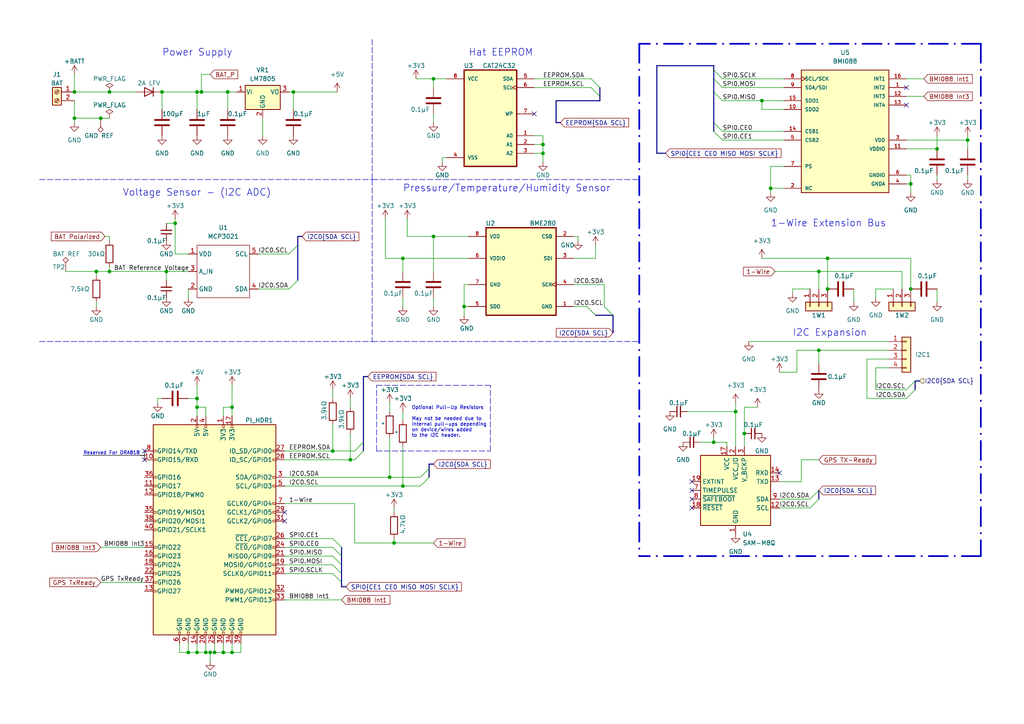
<source format=kicad_sch>
(kicad_sch (version 20211123) (generator eeschema)
  (paper "A4")
  (title_block (title "Giraffe Flight Computer (GFC) Hat") (rev "2"))
  (junction (at 67.31 118.11))
  (junction (at 101.6 133.35))
  (junction (at 85.09 26.67))
  (junction (at 57.15 118.11))
  (junction (at 215.9 125.73))
  (junction (at 240.03 74.93))
  (junction (at 59.69 189.23))
  (junction (at 57.15 26.67))
  (junction (at 60.96 189.23))
  (junction (at 213.36 119.38))
  (junction (at 223.52 54.61))
  (junction (at 237.49 101.6))
  (junction (at 271.78 43.18))
  (junction (at 157.48 44.45))
  (junction (at 57.15 189.23))
  (junction (at 62.23 189.23))
  (junction (at 21.59 34.29))
  (junction (at 116.84 140.97))
  (junction (at 220.98 29.21))
  (junction (at 58.42 26.67))
  (junction (at 31.75 26.67))
  (junction (at 29.21 34.29))
  (junction (at 264.16 83.82))
  (junction (at 116.84 74.93))
  (junction (at 27.94 78.74))
  (junction (at 125.73 68.58))
  (junction (at 240.03 83.82))
  (junction (at 280.67 40.64))
  (junction (at 113.03 138.43))
  (junction (at 134.62 88.9))
  (junction (at 237.49 78.74))
  (junction (at 21.59 26.67))
  (junction (at 96.52 130.81))
  (junction (at 67.31 189.23))
  (junction (at 48.26 78.74))
  (junction (at 264.16 53.34))
  (junction (at 114.3 157.48))
  (junction (at 57.15 115.57))
  (junction (at 46.99 26.67))
  (junction (at 54.61 189.23))
  (junction (at 157.48 41.91))
  (junction (at 207.01 128.27))
  (junction (at 50.8 64.77))
  (junction (at 31.75 78.74))
  (junction (at 66.04 26.67))
  (junction (at 125.73 22.86))
  (junction (at 64.77 189.23))
  (no_connect (at 262.89 25.4))
  (no_connect (at 41.91 133.35))
  (no_connect (at 226.06 137.16))
  (no_connect (at 82.55 148.59))
  (no_connect (at 200.66 144.78))
  (no_connect (at 262.89 30.48))
  (no_connect (at 200.66 142.24))
  (no_connect (at 200.66 139.7))
  (no_connect (at 154.94 33.02))
  (no_connect (at 41.91 130.81))
  (no_connect (at 200.66 147.32))
  (no_connect (at 82.55 151.13))
  (bus_entry (at 265.43 113.03) (size -2.54 2.54))
  (bus_entry (at 207.01 20.32) (size 2.54 2.54))
  (bus_entry (at 99.06 168.91) (size -2.54 -2.54))
  (bus_entry (at 105.41 130.81) (size -2.54 2.54))
  (bus_entry (at 207.01 26.67) (size 2.54 2.54))
  (bus_entry (at 86.36 81.28) (size -2.54 2.54))
  (bus_entry (at 237.49 142.24) (size -2.54 2.54))
  (bus_entry (at 173.99 27.94) (size -2.54 -2.54))
  (bus_entry (at 99.06 163.83) (size -2.54 -2.54))
  (bus_entry (at 177.8 91.44) (size -2.54 -2.54))
  (bus_entry (at 173.99 25.4) (size -2.54 -2.54))
  (bus_entry (at 86.36 71.12) (size -2.54 2.54))
  (bus_entry (at 172.72 91.44) (size -2.54 -2.54))
  (bus_entry (at 207.01 22.86) (size 2.54 2.54))
  (bus_entry (at 121.92 138.43) (size 2.54 -2.54))
  (bus_entry (at 237.49 144.78) (size -2.54 2.54))
  (bus_entry (at 99.06 158.75) (size -2.54 -2.54))
  (bus_entry (at 121.92 140.97) (size 2.54 -2.54))
  (bus_entry (at 99.06 166.37) (size -2.54 -2.54))
  (bus_entry (at 99.06 161.29) (size -2.54 -2.54))
  (bus_entry (at 265.43 110.49) (size -2.54 2.54))
  (bus_entry (at 105.41 128.27) (size -2.54 2.54))
  (bus_entry (at 207.01 35.56) (size 2.54 2.54))
  (bus_entry (at 207.01 38.1) (size 2.54 2.54))
  (wire (pts (xy 280.67 52.07) (xy 280.67 50.8)))
  (bus (pts (xy 99.06 161.29) (xy 99.06 158.75)))
  (polyline (pts (xy 185.42 12.7) (xy 185.42 93.98)) (stroke (width 0.5) (type dash_dot)))
  (wire (pts (xy 267.97 27.94) (xy 262.89 27.94)))
  (wire (pts (xy 135.89 88.9) (xy 134.62 88.9)))
  (polyline (pts (xy 142.24 130.81) (xy 142.24 111.76)))
  (wire (pts (xy 203.2 128.27) (xy 207.01 128.27)))
  (wire (pts (xy 224.79 78.74) (xy 237.49 78.74)))
  (wire (pts (xy 207.01 128.27) (xy 210.82 128.27)))
  (polyline (pts (xy 41.91 132.08) (xy 41.91 133.35)) (stroke (width 0) (type solid) (color 0 0 0 1)))
  (wire (pts (xy 134.62 88.9) (xy 134.62 91.44)))
  (polyline (pts (xy 284.48 161.29) (xy 185.42 161.29)) (stroke (width 0.5) (type dash_dot)))
  (polyline (pts (xy 109.22 130.81) (xy 109.22 111.76)))
  (bus (pts (xy 86.36 68.58) (xy 87.63 68.58)))
  (bus (pts (xy 207.01 35.56) (xy 207.01 38.1)))
  (wire (pts (xy 82.55 173.99) (xy 99.06 173.99)))
  (wire (pts (xy 166.37 74.93) (xy 172.72 74.93)))
  (bus (pts (xy 161.29 29.21) (xy 173.99 29.21)))
  (polyline (pts (xy 107.95 11.43) (xy 107.95 52.07)))
  (wire (pts (xy 120.65 22.86) (xy 125.73 22.86)))
  (wire (pts (xy 118.11 63.5) (xy 118.11 68.58)))
  (wire (pts (xy 264.16 53.34) (xy 264.16 55.88)))
  (bus (pts (xy 162.56 35.56) (xy 161.29 35.56)))
  (wire (pts (xy 67.31 186.69) (xy 67.31 189.23)))
  (wire (pts (xy 82.55 166.37) (xy 96.52 166.37)))
  (wire (pts (xy 227.33 48.26) (xy 223.52 48.26)))
  (wire (pts (xy 69.85 189.23) (xy 69.85 186.69)))
  (bus (pts (xy 86.36 71.12) (xy 86.36 68.58)))
  (wire (pts (xy 58.42 21.59) (xy 58.42 26.67)))
  (wire (pts (xy 31.75 68.58) (xy 31.75 69.85)))
  (wire (pts (xy 54.61 115.57) (xy 57.15 115.57)))
  (wire (pts (xy 21.59 21.59) (xy 21.59 26.67)))
  (wire (pts (xy 125.73 22.86) (xy 129.54 22.86)))
  (wire (pts (xy 59.69 186.69) (xy 59.69 189.23)))
  (bus (pts (xy 99.06 163.83) (xy 99.06 161.29)))
  (wire (pts (xy 254 83.82) (xy 259.08 83.82)))
  (bus (pts (xy 173.99 27.94) (xy 173.99 29.21)))
  (wire (pts (xy 247.65 83.82) (xy 247.65 87.63)))
  (wire (pts (xy 85.09 26.67) (xy 85.09 31.75)))
  (bus (pts (xy 266.7 110.49) (xy 265.43 110.49)))
  (wire (pts (xy 213.36 116.84) (xy 213.36 119.38)))
  (wire (pts (xy 262.89 53.34) (xy 264.16 53.34)))
  (wire (pts (xy 113.03 138.43) (xy 121.92 138.43)))
  (bus (pts (xy 173.99 25.4) (xy 173.99 27.94)))
  (wire (pts (xy 74.93 83.82) (xy 83.82 83.82)))
  (wire (pts (xy 166.37 68.58) (xy 167.64 68.58)))
  (wire (pts (xy 21.59 34.29) (xy 21.59 35.56)))
  (wire (pts (xy 96.52 113.03) (xy 96.52 115.57)))
  (wire (pts (xy 154.94 25.4) (xy 171.45 25.4)))
  (wire (pts (xy 60.96 21.59) (xy 58.42 21.59)))
  (wire (pts (xy 31.75 26.67) (xy 39.37 26.67)))
  (bus (pts (xy 237.49 142.24) (xy 237.49 144.78)))
  (wire (pts (xy 76.2 34.29) (xy 76.2 39.37)))
  (wire (pts (xy 45.72 116.84) (xy 45.72 115.57)))
  (wire (pts (xy 213.36 119.38) (xy 213.36 129.54)))
  (wire (pts (xy 280.67 39.37) (xy 280.67 40.64)))
  (wire (pts (xy 207.01 127) (xy 207.01 128.27)))
  (wire (pts (xy 215.9 118.11) (xy 215.9 125.73)))
  (wire (pts (xy 262.89 40.64) (xy 280.67 40.64)))
  (wire (pts (xy 29.21 158.75) (xy 41.91 158.75)))
  (wire (pts (xy 60.96 189.23) (xy 62.23 189.23)))
  (wire (pts (xy 167.64 68.58) (xy 167.64 69.85)))
  (wire (pts (xy 54.61 78.74) (xy 48.26 78.74)))
  (wire (pts (xy 50.8 63.5) (xy 50.8 64.77)))
  (wire (pts (xy 54.61 186.69) (xy 54.61 189.23)))
  (bus (pts (xy 265.43 110.49) (xy 265.43 113.03)))
  (wire (pts (xy 229.87 83.82) (xy 234.95 83.82)))
  (wire (pts (xy 262.89 50.8) (xy 264.16 50.8)))
  (bus (pts (xy 207.01 26.67) (xy 207.01 35.56)))
  (polyline (pts (xy 107.95 52.07) (xy 107.95 99.06)))
  (wire (pts (xy 82.55 156.21) (xy 96.52 156.21)))
  (wire (pts (xy 267.97 22.86) (xy 262.89 22.86)))
  (wire (pts (xy 240.03 74.93) (xy 240.03 83.82)))
  (wire (pts (xy 217.17 99.06) (xy 257.81 99.06)))
  (wire (pts (xy 154.94 22.86) (xy 171.45 22.86)))
  (wire (pts (xy 134.62 82.55) (xy 134.62 88.9)))
  (wire (pts (xy 82.55 140.97) (xy 116.84 140.97)))
  (wire (pts (xy 257.81 106.68) (xy 254 106.68)))
  (wire (pts (xy 157.48 39.37) (xy 157.48 41.91)))
  (bus (pts (xy 124.46 134.62) (xy 124.46 135.89)))
  (wire (pts (xy 54.61 83.82) (xy 54.61 86.36)))
  (wire (pts (xy 199.39 119.38) (xy 213.36 119.38)))
  (wire (pts (xy 232.41 133.35) (xy 237.49 133.35)))
  (wire (pts (xy 128.27 45.72) (xy 129.54 45.72)))
  (wire (pts (xy 19.05 78.74) (xy 27.94 78.74)))
  (wire (pts (xy 128.27 45.72) (xy 128.27 46.99)))
  (wire (pts (xy 209.55 40.64) (xy 227.33 40.64)))
  (bus (pts (xy 86.36 71.12) (xy 86.36 81.28)))
  (wire (pts (xy 54.61 189.23) (xy 57.15 189.23)))
  (wire (pts (xy 57.15 111.76) (xy 57.15 115.57)))
  (wire (pts (xy 226.06 107.95) (xy 231.14 107.95)))
  (wire (pts (xy 154.94 41.91) (xy 157.48 41.91)))
  (wire (pts (xy 52.07 186.69) (xy 52.07 189.23)))
  (wire (pts (xy 46.99 26.67) (xy 57.15 26.67)))
  (wire (pts (xy 58.42 26.67) (xy 66.04 26.67)))
  (polyline (pts (xy 40.64 132.08) (xy 41.91 132.08)) (stroke (width 0) (type solid) (color 0 0 0 1)))
  (wire (pts (xy 116.84 140.97) (xy 121.92 140.97)))
  (wire (pts (xy 232.41 139.7) (xy 232.41 133.35)))
  (wire (pts (xy 62.23 189.23) (xy 64.77 189.23)))
  (wire (pts (xy 226.06 144.78) (xy 234.95 144.78)))
  (wire (pts (xy 135.89 82.55) (xy 134.62 82.55)))
  (wire (pts (xy 57.15 115.57) (xy 57.15 118.11)))
  (wire (pts (xy 74.93 73.66) (xy 83.82 73.66)))
  (wire (pts (xy 21.59 34.29) (xy 29.21 34.29)))
  (wire (pts (xy 262.89 43.18) (xy 271.78 43.18)))
  (wire (pts (xy 157.48 44.45) (xy 154.94 44.45)))
  (wire (pts (xy 220.98 74.93) (xy 240.03 74.93)))
  (wire (pts (xy 101.6 133.35) (xy 102.87 133.35)))
  (wire (pts (xy 227.33 31.75) (xy 220.98 31.75)))
  (wire (pts (xy 172.72 74.93) (xy 172.72 71.12)))
  (polyline (pts (xy 107.95 99.06) (xy 185.42 99.06)))
  (wire (pts (xy 67.31 118.11) (xy 67.31 120.65)))
  (polyline (pts (xy 11.43 52.07) (xy 107.95 52.07)))
  (wire (pts (xy 271.78 83.82) (xy 271.78 87.63)))
  (wire (pts (xy 209.55 22.86) (xy 227.33 22.86)))
  (bus (pts (xy 177.8 91.44) (xy 172.72 91.44)))
  (wire (pts (xy 66.04 26.67) (xy 66.04 31.75)))
  (wire (pts (xy 254 106.68) (xy 254 113.03)))
  (wire (pts (xy 64.77 189.23) (xy 67.31 189.23)))
  (wire (pts (xy 227.33 54.61) (xy 223.52 54.61)))
  (wire (pts (xy 125.73 86.36) (xy 125.73 88.9)))
  (wire (pts (xy 271.78 52.07) (xy 271.78 50.8)))
  (wire (pts (xy 154.94 39.37) (xy 157.48 39.37)))
  (wire (pts (xy 113.03 116.84) (xy 113.03 119.38)))
  (wire (pts (xy 31.75 78.74) (xy 48.26 78.74)))
  (wire (pts (xy 223.52 54.61) (xy 223.52 55.88)))
  (wire (pts (xy 210.82 128.27) (xy 210.82 129.54)))
  (bus (pts (xy 99.06 170.18) (xy 99.06 168.91)))
  (wire (pts (xy 114.3 156.21) (xy 114.3 157.48)))
  (wire (pts (xy 111.76 74.93) (xy 111.76 63.5)))
  (wire (pts (xy 125.73 33.02) (xy 125.73 35.56)))
  (wire (pts (xy 264.16 74.93) (xy 264.16 83.82)))
  (wire (pts (xy 226.06 139.7) (xy 232.41 139.7)))
  (wire (pts (xy 48.26 64.77) (xy 50.8 64.77)))
  (wire (pts (xy 57.15 26.67) (xy 58.42 26.67)))
  (wire (pts (xy 215.9 125.73) (xy 215.9 129.54)))
  (wire (pts (xy 59.69 118.11) (xy 57.15 118.11)))
  (wire (pts (xy 264.16 50.8) (xy 264.16 53.34)))
  (wire (pts (xy 114.3 157.48) (xy 125.73 157.48)))
  (wire (pts (xy 57.15 186.69) (xy 57.15 189.23)))
  (wire (pts (xy 46.99 26.67) (xy 46.99 31.75)))
  (bus (pts (xy 125.73 134.62) (xy 124.46 134.62)))
  (polyline (pts (xy 185.42 93.98) (xy 185.42 161.29)) (stroke (width 0.5) (type dash_dot)))
  (wire (pts (xy 116.84 74.93) (xy 116.84 78.74)))
  (wire (pts (xy 229.87 83.82) (xy 229.87 85.09)))
  (wire (pts (xy 82.55 138.43) (xy 113.03 138.43)))
  (wire (pts (xy 96.52 130.81) (xy 102.87 130.81)))
  (wire (pts (xy 66.04 26.67) (xy 68.58 26.67)))
  (wire (pts (xy 209.55 38.1) (xy 227.33 38.1)))
  (bus (pts (xy 207.01 22.86) (xy 207.01 26.67)))
  (polyline (pts (xy 107.95 52.07) (xy 185.42 52.07)))
  (wire (pts (xy 157.48 44.45) (xy 157.48 46.99)))
  (wire (pts (xy 237.49 101.6) (xy 237.49 105.41)))
  (bus (pts (xy 190.5 44.45) (xy 190.5 19.05)))
  (wire (pts (xy 67.31 111.76) (xy 67.31 118.11)))
  (wire (pts (xy 27.94 88.9) (xy 27.94 87.63)))
  (polyline (pts (xy 40.64 132.08) (xy 41.91 132.08)) (stroke (width 0) (type solid) (color 0 0 0 1)))
  (wire (pts (xy 29.21 34.29) (xy 31.75 34.29)))
  (wire (pts (xy 135.89 74.93) (xy 116.84 74.93)))
  (wire (pts (xy 27.94 78.74) (xy 31.75 78.74)))
  (wire (pts (xy 166.37 82.55) (xy 175.26 82.55)))
  (wire (pts (xy 261.62 83.82) (xy 261.62 78.74)))
  (wire (pts (xy 220.98 29.21) (xy 227.33 29.21)))
  (wire (pts (xy 251.46 115.57) (xy 251.46 104.14)))
  (wire (pts (xy 27.94 78.74) (xy 27.94 80.01)))
  (wire (pts (xy 237.49 83.82) (xy 237.49 78.74)))
  (wire (pts (xy 83.82 26.67) (xy 85.09 26.67)))
  (wire (pts (xy 240.03 74.93) (xy 264.16 74.93)))
  (polyline (pts (xy 142.24 111.76) (xy 125.73 111.76)))
  (wire (pts (xy 82.55 163.83) (xy 96.52 163.83)))
  (wire (pts (xy 82.55 130.81) (xy 96.52 130.81)))
  (wire (pts (xy 125.73 22.86) (xy 125.73 25.4)))
  (wire (pts (xy 82.55 146.05) (xy 102.87 146.05)))
  (wire (pts (xy 175.26 82.55) (xy 175.26 88.9)))
  (polyline (pts (xy 109.22 111.76) (xy 125.73 111.76)))
  (wire (pts (xy 31.75 77.47) (xy 31.75 78.74)))
  (wire (pts (xy 254 83.82) (xy 254 86.36)))
  (wire (pts (xy 85.09 26.67) (xy 97.79 26.67)))
  (wire (pts (xy 251.46 104.14) (xy 257.81 104.14)))
  (wire (pts (xy 209.55 25.4) (xy 227.33 25.4)))
  (bus (pts (xy 161.29 35.56) (xy 161.29 29.21)))
  (bus (pts (xy 105.41 128.27) (xy 105.41 130.81)))
  (wire (pts (xy 116.84 86.36) (xy 116.84 88.9)))
  (wire (pts (xy 125.73 68.58) (xy 135.89 68.58)))
  (wire (pts (xy 21.59 29.21) (xy 21.59 34.29)))
  (wire (pts (xy 113.03 127) (xy 113.03 138.43)))
  (bus (pts (xy 99.06 168.91) (xy 99.06 166.37)))
  (wire (pts (xy 31.75 68.58) (xy 30.48 68.58)))
  (wire (pts (xy 82.55 133.35) (xy 101.6 133.35)))
  (wire (pts (xy 82.55 161.29) (xy 96.52 161.29)))
  (wire (pts (xy 52.07 189.23) (xy 54.61 189.23)))
  (wire (pts (xy 57.15 118.11) (xy 57.15 120.65)))
  (wire (pts (xy 101.6 125.73) (xy 101.6 133.35)))
  (bus (pts (xy 99.06 166.37) (xy 99.06 163.83)))
  (bus (pts (xy 190.5 19.05) (xy 207.01 19.05)))
  (bus (pts (xy 124.46 135.89) (xy 124.46 138.43)))
  (polyline (pts (xy 24.13 132.08) (xy 40.64 132.08)) (stroke (width 0) (type solid) (color 0 0 0 1)))
  (bus (pts (xy 193.04 44.45) (xy 190.5 44.45)))
  (wire (pts (xy 82.55 158.75) (xy 96.52 158.75)))
  (polyline (pts (xy 109.22 130.81) (xy 142.24 130.81)))
  (bus (pts (xy 105.41 109.22) (xy 106.68 109.22)))
  (polyline (pts (xy 11.43 99.06) (xy 107.95 99.06)))
  (wire (pts (xy 57.15 26.67) (xy 57.15 31.75)))
  (wire (pts (xy 64.77 118.11) (xy 67.31 118.11)))
  (wire (pts (xy 157.48 41.91) (xy 157.48 44.45)))
  (wire (pts (xy 231.14 101.6) (xy 237.49 101.6)))
  (wire (pts (xy 219.71 118.11) (xy 215.9 118.11)))
  (bus (pts (xy 207.01 20.32) (xy 207.01 22.86)))
  (wire (pts (xy 166.37 88.9) (xy 170.18 88.9)))
  (wire (pts (xy 102.87 146.05) (xy 102.87 157.48)))
  (wire (pts (xy 50.8 73.66) (xy 54.61 73.66)))
  (wire (pts (xy 125.73 68.58) (xy 125.73 78.74)))
  (wire (pts (xy 96.52 123.19) (xy 96.52 130.81)))
  (wire (pts (xy 57.15 189.23) (xy 59.69 189.23)))
  (bus (pts (xy 177.8 96.52) (xy 177.8 91.44)))
  (polyline (pts (xy 284.48 12.7) (xy 185.42 12.7)) (stroke (width 0.5) (type dash_dot)))
  (wire (pts (xy 59.69 120.65) (xy 59.69 118.11)))
  (wire (pts (xy 116.84 119.38) (xy 116.84 121.92)))
  (wire (pts (xy 45.72 115.57) (xy 46.99 115.57)))
  (wire (pts (xy 116.84 74.93) (xy 111.76 74.93)))
  (wire (pts (xy 254 113.03) (xy 262.89 113.03)))
  (wire (pts (xy 67.31 189.23) (xy 69.85 189.23)))
  (wire (pts (xy 280.67 40.64) (xy 280.67 43.18)))
  (wire (pts (xy 237.49 101.6) (xy 257.81 101.6)))
  (polyline (pts (xy 284.48 12.7) (xy 284.48 161.29)) (stroke (width 0.5) (type dash_dot)))
  (wire (pts (xy 220.98 31.75) (xy 220.98 29.21)))
  (wire (pts (xy 114.3 147.32) (xy 114.3 148.59)))
  (bus (pts (xy 207.01 20.32) (xy 207.01 19.05)))
  (wire (pts (xy 226.06 147.32) (xy 234.95 147.32)))
  (wire (pts (xy 271.78 39.37) (xy 271.78 43.18)))
  (wire (pts (xy 21.59 26.67) (xy 31.75 26.67)))
  (wire (pts (xy 116.84 129.54) (xy 116.84 140.97)))
  (wire (pts (xy 64.77 186.69) (xy 64.77 189.23)))
  (wire (pts (xy 209.55 29.21) (xy 220.98 29.21)))
  (wire (pts (xy 60.96 189.23) (xy 60.96 191.77)))
  (wire (pts (xy 62.23 186.69) (xy 62.23 189.23)))
  (polyline (pts (xy 41.91 130.81) (xy 41.91 132.08)) (stroke (width 0) (type solid) (color 0 0 0 1)))
  (wire (pts (xy 118.11 68.58) (xy 125.73 68.58)))
  (wire (pts (xy 59.69 189.23) (xy 60.96 189.23)))
  (wire (pts (xy 48.26 78.74) (xy 48.26 81.28)))
  (wire (pts (xy 231.14 101.6) (xy 231.14 107.95)))
  (wire (pts (xy 101.6 115.57) (xy 101.6 118.11)))
  (wire (pts (xy 29.21 168.91) (xy 41.91 168.91)))
  (wire (pts (xy 64.77 120.65) (xy 64.77 118.11)))
  (wire (pts (xy 262.89 115.57) (xy 251.46 115.57)))
  (wire (pts (xy 50.8 64.77) (xy 50.8 73.66)))
  (wire (pts (xy 237.49 78.74) (xy 261.62 78.74)))
  (bus (pts (xy 105.41 128.27) (xy 105.41 109.22)))
  (wire (pts (xy 223.52 48.26) (xy 223.52 54.61)))
  (bus (pts (xy 100.33 170.18) (xy 99.06 170.18)))
  (wire (pts (xy 102.87 157.48) (xy 114.3 157.48)))
  (text "1-Wire Extension Bus" (at 223.52 66.04 0) (effects (font (size 2 2)) (justify left bottom)))
  (text "Pressure/Temperature/Humidity Sensor" (at 116.84 55.88 0) (effects (font (size 2 2)) (justify left bottom)))
  (text "Reserved For DRA818" (at 24.13 132.08 0) (effects (font (size 1 1)) (justify left bottom)))
  (text "Hat EEPROM\n" (at 135.89 16.51 0) (effects (font (size 2 2)) (justify left bottom)))
  (text "Optional Pull-Up Resistors\n\nMay not be needed due to\ninternal pull-ups depending\non device/wires added\nto the I2C header." (at 119.38 127 0) (effects (font (size 1 1)) (justify left bottom)))
  (text "Power Supply" (at 46.99 16.51 0) (effects (font (size 2 2)) (justify left bottom)))
  (text "I2C Expansion" (at 229.87 97.79 0) (effects (font (size 2 2)) (justify left bottom)))
  (text "Voltage Sensor - (I2C ADC)" (at 35.56 57.15 0) (effects (font (size 2 2)) (justify left bottom)))
  (label "I2C0.SCL" (at 226.06 147.32 0))
  (label "I2C0.SCL" (at 83.82 140.97 0))
  (label "SPI0.MOSI" (at 83.82 163.83 0))
  (label "I2C0.SDA" (at 83.82 138.43 0))
  (label "SPI0.CE1" (at 83.82 156.21 0))
  (label "SPI0.SCLK" (at 83.82 166.37 0))
  (label "EEPROM.SCL" (at 83.82 133.35 0))
  (label "I2C0.SDA" (at 74.93 83.82 0))
  (label "SPI0.CE1" (at 209.55 40.64 0))
  (label "SPI0.CE0" (at 83.82 158.75 0))
  (label "SPI0.MISO" (at 83.82 161.29 0))
  (label "EEPROM.SDA" (at 157.48 22.86 0))
  (label "GPS TxReady" (at 29.21 168.91 0))
  (label "I2C0.SDA" (at 254 115.57 0))
  (label "BMI088 Int3" (at 41.91 158.75 180))
  (label "I2C0.SCL" (at 74.93 73.66 0))
  (label "SPI0.SCLK" (at 209.55 22.86 0))
  (label "I2C0.SDA" (at 166.37 82.55 0))
  (label "EEPROM.SDA" (at 83.82 130.81 0))
  (label "I2C0.SCL" (at 254 113.03 0))
  (label "1-Wire" (at 83.82 146.05 0))
  (label "BAT Reference Voltage" (at 33.02 78.74 0))
  (label "I2C0.SCL" (at 166.37 88.9 0))
  (label "SPI0.CE0" (at 209.55 38.1 0))
  (label "BMI088 Int1" (at 83.82 173.99 0))
  (label "EEPROM.SCL" (at 157.48 25.4 0))
  (label "I2C0.SDA" (at 226.06 144.78 0))
  (label "SPI0.MISO" (at 209.55 29.21 0))
  (label "SPI0.MOSI" (at 209.55 25.4 0))
  (global_label "I2C0{SDA SCL}" (shape input) (at 237.49 142.24 0) (property "Intersheet References" "${INTERSHEET_REFS}" (effects hide)))
  (global_label "GPS TX-Ready" (shape input) (at 237.49 133.35 0) (property "Intersheet References" "${INTERSHEET_REFS}" (effects hide)))
  (global_label "BAT Polarized" (shape input) (at 30.48 68.58 180) (property "Intersheet References" "${INTERSHEET_REFS}" (effects hide)))
  (global_label "GPS TxReady" (shape input) (at 29.21 168.91 180) (property "Intersheet References" "${INTERSHEET_REFS}" (effects hide)))
  (global_label "I2C0{SDA SCL}" (shape input) (at 125.73 134.62 0) (property "Intersheet References" "${INTERSHEET_REFS}" (effects hide)))
  (global_label "SPI0{CE1 CE0 MISO MOSI SCLK}" (shape input) (at 100.33 170.18 0) (property "Intersheet References" "${INTERSHEET_REFS}" (effects hide)))
  (global_label "BMI088 Int1" (shape input) (at 267.97 22.86 0) (property "Intersheet References" "${INTERSHEET_REFS}" (effects hide)))
  (global_label "I2C0{SDA SCL}" (shape input) (at 87.63 68.58 0) (property "Intersheet References" "${INTERSHEET_REFS}" (effects hide)))
  (global_label "BMI088 Int3" (shape input) (at 267.97 27.94 0) (property "Intersheet References" "${INTERSHEET_REFS}" (effects hide)))
  (global_label "EEPROM{SDA SCL}" (shape input) (at 106.68 109.22 0) (property "Intersheet References" "${INTERSHEET_REFS}" (effects hide)))
  (global_label "BMI088 Int1" (shape input) (at 99.06 173.99 0) (property "Intersheet References" "${INTERSHEET_REFS}" (effects hide)))
  (global_label "BAT_P" (shape input) (at 60.96 21.59 0) (property "Intersheet References" "${INTERSHEET_REFS}" (effects hide)))
  (global_label "SPI0{CE1 CE0 MISO MOSI SCLK}" (shape input) (at 193.04 44.45 0) (property "Intersheet References" "${INTERSHEET_REFS}" (effects hide)))
  (global_label "1-Wire" (shape input) (at 125.73 157.48 0) (property "Intersheet References" "${INTERSHEET_REFS}" (effects hide)))
  (global_label "1-Wire" (shape input) (at 224.79 78.74 180) (property "Intersheet References" "${INTERSHEET_REFS}" (effects hide)))
  (global_label "EEPROM{SDA SCL}" (shape input) (at 162.56 35.56 0) (property "Intersheet References" "${INTERSHEET_REFS}" (effects hide)))
  (global_label "BMI088 Int3" (shape input) (at 29.21 158.75 180) (property "Intersheet References" "${INTERSHEET_REFS}" (effects hide)))
  (global_label "I2C0{SDA SCL}" (shape input) (at 177.8 96.52 180) (property "Intersheet References" "${INTERSHEET_REFS}" (effects hide)))
  (hierarchical_label "I2C0{SDA SCL}" (shape input) (at 266.7 110.49 0))
  (symbol (lib_id "Connector_Generic:Conn_01x04") (at 262.89 101.6 0) (unit 1)
    (property "Reference" "I2C1" (at 265.43 102.8699 0) (effects (justify left)))
    (property "Value" "I²C" (effects hide))
    (property "Footprint" "Connector_PinHeader_1.27mm:PinHeader_1x04_P1.27mm_Vertical" (effects hide))
    (property "DESCRIPTION" "Breakaway Header" (effects hide))
    (property "Digikey" "https://www.digikey.com/short/mwpz3z87" (effects hide))
  )
  (symbol (lib_id "power:GND") (at 125.73 88.9 0) (unit 1)
    (property "Reference" "#PWR?" (effects hide))
    (property "Value" "GND" (at 125.73 92.71 0))
  )
  (symbol (lib_id "power:GND") (at 167.64 69.85 0) (unit 1)
    (property "Reference" "#PWR0121" (effects hide))
    (property "Value" "GND" (at 162.56 71.12 0) (effects (justify left)))
  )
  (symbol (lib_id "RF_GPS:SAM-M8Q") (at 213.36 142.24 0) (unit 1)
    (property "Reference" "U4" (at 215.3794 154.94 0) (effects (justify left)))
    (property "Value" "SAM-M8Q" (at 215.3794 157.48 0) (effects (justify left)))
    (property "Footprint" "RF_GPS:ublox_SAM-M8Q" (effects hide))
    (property "Datasheet" "https://www.u-blox.com/sites/default/files/SAM-M8Q_DataSheet_%28UBX-16012619%29.pdf" (effects hide))
    (property "Digikey" "https://www.digikey.com/short/b98t47bz" (effects hide))
  )
  (symbol (lib_id "power:GND") (at 85.09 39.37 0) (unit 1)
    (property "Reference" "#PWR0139" (effects hide))
    (property "Value" "GND" (at 85.09 44.45 0))
  )
  (symbol (lib_id "Connector_Generic:Conn_01x03") (at 237.49 88.9 90) (mirror x) (unit 1)
    (property "Reference" "1W1" (at 237.49 91.44 90))
    (property "Value" "1-Wire" (effects hide))
    (property "Footprint" "Connector_PinHeader_1.27mm:PinHeader_1x03_P1.27mm_Vertical" (effects hide))
    (property "Digikey" "https://www.digikey.com/short/mwpz3z87" (effects hide))
    (property "Unit Price" "0.18" (effects hide))
    (property "DESCRIPTION" "Breakaway Header" (effects hide))
  )
  (symbol (lib_id "power:GND") (at 27.94 88.9 0) (unit 1)
    (property "Reference" "#PWR03" (effects hide))
    (property "Value" "GND" (at 27.94 92.71 0))
  )
  (symbol (lib_id "power:+3V3") (at 116.84 119.38 0) (unit 1)
    (property "Reference" "#PWR?" (effects hide))
    (property "Value" "+3V3" (at 116.84 115.57 0))
  )
  (symbol (lib_id "power:GND") (at 247.65 87.63 0) (mirror y) (unit 1)
    (property "Reference" "#PWR0112" (effects hide))
    (property "Value" "GND" (at 247.65 92.71 0))
  )
  (symbol (lib_id "power:+3V3") (at 220.98 74.93 0) (mirror y) (unit 1)
    (property "Reference" "#PWR0107" (effects hide))
    (property "Value" "+3V3" (at 220.98 69.85 0))
  )
  (symbol (lib_id "power:+3V3") (at 280.67 39.37 0) (unit 1)
    (property "Reference" "#PWR0103" (effects hide))
    (property "Value" "+3V3" (at 280.67 35.56 0))
  )
  (symbol (lib_id "power:PWR_FLAG") (at 31.75 34.29 0) (unit 1)
    (property "Reference" "#FLG0101" (effects hide))
    (property "Value" "PWR_FLAG" (at 31.75 30.48 0))
  )
  (symbol (lib_id "power:GND") (at 220.98 125.73 0) (unit 1)
    (property "Reference" "#PWR0137" (effects hide))
    (property "Value" "GND" (at 220.98 130.81 0))
  )
  (symbol (lib_id "power:GND") (at 46.99 39.37 0) (unit 1)
    (property "Reference" "#PWR0145" (effects hide))
    (property "Value" "GND" (at 46.99 44.45 0))
  )
  (symbol (lib_id "power:GND") (at 128.27 46.99 0) (mirror y) (unit 1)
    (property "Reference" "#PWR0132" (effects hide))
    (property "Value" "GND" (at 128.27 50.8 0))
  )
  (symbol (lib_id "power:GND") (at 237.49 113.03 0) (unit 1)
    (property "Reference" "#PWR0108" (effects hide))
    (property "Value" "GND" (at 237.49 116.84 0))
  )
  (symbol (lib_id "Device:C") (at 125.73 82.55 180) (unit 1)
    (property "Reference" "C?" (effects hide))
    (property "Value" "0.1µF" (at 125.73 85.09 0) (effects (justify left)))
    (property "Footprint" "Capacitor_SMD:C_0603_1608Metric" (effects hide))
    (property "Digikey" "https://www.digikey.com/short/dz14934f" (effects hide))
    (property "Unit Price" "0.10" (effects hide))
    (property "DESCRIPTION" "CL10B104KB8NNWC" (effects hide))
  )
  (symbol (lib_id "power:+3V3") (at 96.52 113.03 0) (unit 1)
    (property "Reference" "#PWR?" (effects hide))
    (property "Value" "+3V3" (at 96.52 109.22 0))
  )
  (symbol (lib_id "power:+3V3") (at 219.71 118.11 0) (unit 1)
    (property "Reference" "#PWR0109" (effects hide))
    (property "Value" "+3V3" (at 219.71 113.03 0))
  )
  (symbol (lib_id "power:GND") (at 194.31 119.38 0) (unit 1)
    (property "Reference" "#PWR0119" (effects hide))
    (property "Value" "GND" (at 194.31 124.46 0))
  )
  (symbol (lib_id "power:GND") (at 134.62 91.44 0) (unit 1)
    (property "Reference" "#PWR?" (effects hide))
    (property "Value" "GND" (at 133.35 95.25 0) (effects (justify left)))
  )
  (symbol (lib_id "Device:C") (at 267.97 83.82 270) (unit 1)
    (property "Reference" "C14" (effects hide))
    (property "Value" "0.1µF" (at 271.78 80.01 90) (effects (justify right)))
    (property "Footprint" "Capacitor_SMD:C_0603_1608Metric" (effects hide))
    (property "Digikey" "https://www.digikey.com/short/dz14934f" (effects hide))
    (property "DESCRIPTION" "CL10B104KB8NNWC" (effects hide))
  )
  (symbol (lib_id "power:+3V3") (at 271.78 39.37 0) (unit 1)
    (property "Reference" "#PWR0104" (effects hide))
    (property "Value" "+3V3" (at 271.78 35.56 0))
  )
  (symbol (lib_id "Device:C") (at 66.04 35.56 0) (unit 1)
    (property "Reference" "C3" (effects hide))
    (property "Value" "0.1µF" (at 66.04 33.02 0) (effects (justify left)))
    (property "Footprint" "Capacitor_SMD:C_0603_1608Metric" (effects hide))
    (property "Digikey" "https://www.digikey.com/short/dz14934f" (effects hide))
    (property "Unit Price" "0.10" (effects hide))
    (property "DESCRIPTION" "CL10B104KB8NNWC" (effects hide))
  )
  (symbol (lib_id "power:GND") (at 217.17 99.06 0) (unit 1)
    (property "Reference" "#PWR0113" (effects hide))
    (property "Value" "GND" (at 217.17 104.14 0))
  )
  (symbol (lib_id "Device:C") (at 85.09 35.56 0) (unit 1)
    (property "Reference" "C4" (effects hide))
    (property "Value" "0.1µF" (at 85.09 33.02 0) (effects (justify left)))
    (property "Footprint" "Capacitor_SMD:C_0603_1608Metric" (effects hide))
    (property "Digikey" "https://www.digikey.com/short/dz14934f" (effects hide))
    (property "Unit Price" "0.10" (effects hide))
    (property "DESCRIPTION" "CL10B104KB8NNWC" (effects hide))
  )
  (symbol (lib_id "power:+3V3") (at 114.3 147.32 0) (unit 1)
    (property "Reference" "#PWR?" (effects hide))
    (property "Value" "+3V3" (at 114.3 143.51 0))
  )
  (symbol (lib_id "power:GND") (at 271.78 87.63 0) (mirror y) (unit 1)
    (property "Reference" "#PWR0117" (effects hide))
    (property "Value" "GND" (at 271.78 92.71 0))
  )
  (symbol (lib_id "power:+3V3") (at 67.31 111.76 0) (unit 1)
    (property "Reference" "#PWR?" (effects hide))
    (property "Value" "+3V3" (at 67.31 107.95 0))
  )
  (symbol (lib_id "Device:R") (at 27.94 83.82 0) (unit 1)
    (property "Reference" "R5" (effects hide))
    (property "Value" "7.5kΩ" (at 20.32 83.82 0) (effects (justify left)))
    (property "Footprint" "Resistor_SMD:R_0603_1608Metric" (effects hide))
    (property "DESCRIPTION" "RNCP0603FTD7K50" (effects hide))
    (property "Digikey" "https://www.digikey.com/short/p481qhwr" (effects hide))
  )
  (symbol (lib_id "power:+3V3") (at 111.76 63.5 0) (unit 1)
    (property "Reference" "#PWR?" (effects hide))
    (property "Value" "+3V3" (at 111.76 59.69 0))
  )
  (symbol (lib_id "power:+3V3") (at 207.01 127 0) (unit 1)
    (property "Reference" "#PWR0118" (effects hide))
    (property "Value" "+3V3" (at 207.01 123.19 0))
  )
  (symbol (lib_id "power:GND") (at 45.72 116.84 0) (unit 1)
    (property "Reference" "#PWR0154" (effects hide))
    (property "Value" "GND" (at 45.72 120.65 0))
  )
  (symbol (lib_id "Connector:Screw_Terminal_01x02") (at 16.51 26.67 0) (mirror y) (unit 1)
    (property "Reference" "J1" (at 16.51 21.59 0))
    (property "Value" "BAT" (at 16.51 24.13 0))
    (property "Footprint" "GFC-Footprints:OSTVN02A150 2x1 Terminal Block" (effects hide))
    (property "Digikey" "https://www.digikey.com/short/5mwt13md" (effects hide))
    (property "Unit Price" "0.54" (effects hide))
    (property "DESCRIPTION" "OSTVN02A150" (effects hide))
  )
  (symbol (lib_id "Device:C") (at 271.78 46.99 180) (unit 1)
    (property "Reference" "C13" (effects hide))
    (property "Value" "0.1µF" (at 267.97 49.53 0))
    (property "Footprint" "Capacitor_SMD:C_0603_1608Metric" (effects hide))
    (property "Digikey" "https://www.digikey.com/short/dz14934f" (effects hide))
    (property "Unit Price" "0.10" (effects hide))
    (property "DESCRIPTION" "CL10B104KB8NNWC" (effects hide))
  )
  (symbol (lib_id "Device:C") (at 57.15 35.56 0) (unit 1)
    (property "Reference" "C2" (effects hide))
    (property "Value" "1µF" (at 57.15 33.02 0) (effects (justify left)))
    (property "Footprint" "Capacitor_SMD:C_0805_2012Metric" (effects hide))
    (property "Digikey" "https://www.digikey.com/en/products/detail/samsung-electro-mechanics/CL21B105KAFNNNE/3886724" (effects hide))
    (property "Unit Price" "0.10" (effects hide))
    (property "DESCRIPTION" "CL21B105KAFNNNE" (effects hide))
  )
  (symbol (lib_id "GFC-Symbols:BMI088") (at 245.11 38.1 0) (unit 1)
    (property "Reference" "U5" (at 245.11 15.24 0))
    (property "Value" "BMI088" (at 245.11 17.78 0))
    (property "Footprint" "PQFN50P450X300X100-16N" (effects hide))
    (property "PACKAGE" "VFLGA-16 Bosch Sensortec" (effects hide))
    (property "MF" "Bosch Sensortec" (effects hide))
    (property "PURCHASE-URL" "https://pricing.snapeda.com/search/part/BMI088/?ref=eda" (effects hide))
    (property "AVAILABILITY" "In Stock" (effects hide))
    (property "PRICE" "None" (effects hide))
    (property "MP" "BMI088" (effects hide))
    (property "Digikey" "https://www.digikey.com/short/pfd3pm9q" (effects hide))
  )
  (symbol (lib_id "power:PWR_FLAG") (at 31.75 26.67 0) (mirror y) (unit 1)
    (property "Reference" "#FLG0102" (effects hide))
    (property "Value" "PWR_FLAG" (at 31.75 22.86 0))
  )
  (symbol (lib_id "Device:C") (at 280.67 46.99 180) (unit 1)
    (property "Reference" "C15" (effects hide))
    (property "Value" "0.1µF" (at 276.86 49.53 0))
    (property "Footprint" "Capacitor_SMD:C_0603_1608Metric" (effects hide))
    (property "Digikey" "https://www.digikey.com/short/dz14934f" (effects hide))
    (property "Unit Price" "0.10" (effects hide))
    (property "DESCRIPTION" "CL10B104KB8NNWC" (effects hide))
  )
  (symbol (lib_id "Device:R") (at 101.6 121.92 0) (unit 1)
    (property "Reference" "R?" (effects hide))
    (property "Value" "3.9kΩ" (at 99.06 124.46 90) (effects (justify left)))
    (property "Footprint" "Resistor_SMD:R_0603_1608Metric" (effects hide))
    (property "DESCRIPTION" "RN73H1JTTD3701B25" (effects hide))
    (property "Digikey" "https://www.digikey.com/short/54rvbn8w" (effects hide))
  )
  (symbol (lib_id "Device:C") (at 116.84 82.55 180) (unit 1)
    (property "Reference" "C?" (effects hide))
    (property "Value" "0.1µF" (at 116.84 85.09 0) (effects (justify left)))
    (property "Footprint" "Capacitor_SMD:C_0603_1608Metric" (effects hide))
    (property "Digikey" "https://www.digikey.com/short/dz14934f" (effects hide))
    (property "Unit Price" "0.10" (effects hide))
    (property "DESCRIPTION" "CL10B104KB8NNWC" (effects hide))
  )
  (symbol (lib_id "power:GND") (at 125.73 35.56 0) (mirror y) (unit 1)
    (property "Reference" "#PWR0122" (effects hide))
    (property "Value" "GND" (at 125.73 39.37 0))
  )
  (symbol (lib_id "Device:C_Small") (at 196.85 119.38 90) (unit 1)
    (property "Reference" "C10" (effects hide))
    (property "Value" "0.1µF" (at 196.85 116.84 90))
    (property "Footprint" "Capacitor_SMD:C_0603_1608Metric" (effects hide))
    (property "DESCRIPTION" "CL10B104KB8NNWC" (effects hide))
    (property "Digikey" "https://www.digikey.com/short/dz14934f" (effects hide))
  )
  (symbol (lib_id "power:GND") (at 264.16 55.88 0) (unit 1)
    (property "Reference" "#PWR0102" (effects hide))
    (property "Value" "GND" (at 264.16 60.96 0))
  )
  (symbol (lib_id "power:GND") (at 76.2 39.37 0) (unit 1)
    (property "Reference" "#PWR0140" (effects hide))
    (property "Value" "GND" (at 76.2 44.45 0))
  )
  (symbol (lib_id "power:GND") (at 213.36 154.94 0) (unit 1)
    (property "Reference" "#PWR0116" (effects hide))
    (property "Value" "GND" (at 213.36 160.02 0))
  )
  (symbol (lib_id "power:GND") (at 66.04 39.37 0) (unit 1)
    (property "Reference" "#PWR0141" (effects hide))
    (property "Value" "GND" (at 66.04 44.45 0))
  )
  (symbol (lib_id "Device:R") (at 114.3 152.4 0) (unit 1)
    (property "Reference" "R?" (effects hide))
    (property "Value" "4.7kΩ" (at 116.84 154.94 90) (effects (justify left)))
    (property "Footprint" "Resistor_SMD:R_0603_1608Metric" (effects hide))
    (property "DESCRIPTION" "RN73H1JTTD3701B25" (effects hide))
    (property "Digikey" "https://www.digikey.com/short/54rvbn8w" (effects hide))
  )
  (symbol (lib_id "power:GND") (at 57.15 39.37 0) (unit 1)
    (property "Reference" "#PWR0146" (effects hide))
    (property "Value" "GND" (at 57.15 44.45 0))
  )
  (symbol (lib_id "power:+3V3") (at 120.65 22.86 0) (mirror y) (unit 1)
    (property "Reference" "#PWR0131" (effects hide))
    (property "Value" "+3V3" (at 120.65 19.05 0))
  )
  (symbol (lib_id "Device:R") (at 116.84 125.73 180) (unit 1)
    (property "Reference" "R?" (effects hide))
    (property "Value" "*" (at 115.57 125.73 0) (effects (justify left)))
    (property "Footprint" "Resistor_SMD:R_0603_1608Metric" (effects hide))
    (property "DESCRIPTION" "RN73H1JTTD3701B25" (effects hide))
    (property "Digikey" "https://www.digikey.com/short/54rvbn8w" (effects hide))
  )
  (symbol (lib_id "Device:C_Small") (at 48.26 83.82 180) (unit 1)
    (property "Reference" "C17" (effects hide))
    (property "Value" "0.1µF" (at 48.26 86.36 0) (effects (justify left)))
    (property "Footprint" "Capacitor_SMD:C_0603_1608Metric" (effects hide))
    (property "DESCRIPTION" "CL10B104KB8NNWC" (effects hide))
    (property "Digikey" "https://www.digikey.com/short/dz14934f" (effects hide))
  )
  (symbol (lib_id "power:GND") (at 48.26 86.36 0) (unit 1)
    (property "Reference" "#PWR06" (effects hide))
    (property "Value" "GND" (at 48.26 90.17 0))
  )
  (symbol (lib_id "GFC-Symbols:CAT24C32WI-GT3") (at 142.24 33.02 0) (mirror y) (unit 1)
    (property "Reference" "U3" (at 135.89 19.05 0))
    (property "Value" "CAT24C32" (at 144.78 19.05 0))
    (property "Footprint" "SOIC127P600X175-8N" (effects hide))
    (property "MANUFACTURER" "ON Semiconductor" (effects hide))
    (property "Digikey" "https://www.digikey.com/short/4dttbf8j" (effects hide))
  )
  (symbol (lib_id "Connector_Generic:Conn_01x03") (at 261.62 88.9 90) (mirror x) (unit 1)
    (property "Reference" "1W2" (at 261.62 91.44 90))
    (property "Value" "1-Wire" (effects hide))
    (property "Footprint" "Connector_PinHeader_1.27mm:PinHeader_1x03_P1.27mm_Vertical" (effects hide))
    (property "Digikey" "https://www.digikey.com/short/mwpz3z87" (effects hide))
    (property "Unit Price" "0.18" (effects hide))
    (property "DESCRIPTION" "Breakaway Header" (effects hide))
  )
  (symbol (lib_id "power:+BATT") (at 21.59 21.59 0) (unit 1)
    (property "Reference" "#PWR04" (effects hide))
    (property "Value" "+BATT" (at 21.59 17.78 0))
  )
  (symbol (lib_id "Connector:TestPoint_Alt") (at 19.05 78.74 0) (unit 1)
    (property "Reference" "TP2" (at 15.24 77.47 0) (effects (justify left)))
    (property "Value" "BAT REF" (at 15.24 73.66 0) (effects (justify left)))
    (property "Footprint" "TestPoint:TestPoint_Pad_D1.5mm" (effects hide))
    (property "Digikey" "n/a" (effects hide))
  )
  (symbol (lib_id "power:+3V3") (at 118.11 63.5 0) (unit 1)
    (property "Reference" "#PWR0124" (effects hide))
    (property "Value" "+3V3" (at 118.11 59.69 0))
  )
  (symbol (lib_id "power:GND") (at 280.67 52.07 0) (unit 1)
    (property "Reference" "#PWR0138" (effects hide))
    (property "Value" "GND" (at 280.67 55.88 0))
  )
  (symbol (lib_id "power:+3V3") (at 226.06 107.95 0) (unit 1)
    (property "Reference" "#PWR0110" (effects hide))
    (property "Value" "+3V3" (at 226.06 104.14 0))
  )
  (symbol (lib_id "power:+3V3") (at 101.6 115.57 0) (unit 1)
    (property "Reference" "#PWR?" (effects hide))
    (property "Value" "+3V3" (at 101.6 111.76 0))
  )
  (symbol (lib_id "power:+3V3") (at 213.36 116.84 0) (unit 1)
    (property "Reference" "#PWR0115" (effects hide))
    (property "Value" "+3V3" (at 213.36 111.76 0))
  )
  (symbol (lib_id "Device:R") (at 31.75 73.66 0) (unit 1)
    (property "Reference" "R2" (effects hide))
    (property "Value" "30kΩ" (at 25.4 73.66 0) (effects (justify left)))
    (property "Footprint" "Resistor_SMD:R_0603_1608Metric" (effects hide))
    (property "DESCRIPTION" "ERJ-3EKF3002V" (effects hide))
    (property "Digikey" "https://www.digikey.com/short/z50239np" (effects hide))
  )
  (symbol (lib_id "power:+3V3") (at 113.03 116.84 0) (unit 1)
    (property "Reference" "#PWR?" (effects hide))
    (property "Value" "+3V3" (at 113.03 113.03 0))
  )
  (symbol (lib_id "Device:C") (at 237.49 109.22 180) (unit 1)
    (property "Reference" "C11" (effects hide))
    (property "Value" "0.1µF" (at 240.03 109.22 0) (effects (justify right)))
    (property "Footprint" "Capacitor_SMD:C_0603_1608Metric" (effects hide))
    (property "Digikey" "https://www.digikey.com/short/dz14934f" (effects hide))
    (property "DESCRIPTION" "CL10B104KB8NNWC" (effects hide))
  )
  (symbol (lib_id "Device:R") (at 113.03 123.19 0) (unit 1)
    (property "Reference" "R?" (effects hide))
    (property "Value" "*" (at 110.49 123.19 0) (effects (justify left)))
    (property "Footprint" "Resistor_SMD:R_0603_1608Metric" (effects hide))
    (property "DESCRIPTION" "RN73H1JTTD3701B25" (effects hide))
    (property "Digikey" "https://www.digikey.com/short/54rvbn8w" (effects hide))
  )
  (symbol (lib_id "power:+3V3") (at 172.72 71.12 0) (unit 1)
    (property "Reference" "#PWR0120" (effects hide))
    (property "Value" "+3V3" (at 172.72 67.31 0))
  )
  (symbol (lib_id "Device:C_Small") (at 48.26 67.31 180) (unit 1)
    (property "Reference" "C5" (effects hide))
    (property "Value" "0.1µF" (at 48.26 69.85 0) (effects (justify left)))
    (property "Footprint" "Capacitor_SMD:C_0603_1608Metric" (effects hide))
    (property "DESCRIPTION" "CL10B104KB8NNWC" (effects hide))
    (property "Digikey" "https://www.digikey.com/short/dz14934f" (effects hide))
  )
  (symbol (lib_id "GFC-Symbols:MCP3021") (at 64.77 78.74 0) (unit 1)
    (property "Reference" "U1" (at 64.77 66.04 0))
    (property "Value" "MCP3021" (at 64.77 68.58 0))
    (property "Footprint" "Package_TO_SOT_SMD:SOT-23-5" (effects hide))
    (property "Digikey" "https://www.digikey.com/short/t05mtm7t" (effects hide))
  )
  (symbol (lib_id "power:GND") (at 271.78 52.07 0) (unit 1)
    (property "Reference" "#PWR0114" (effects hide))
    (property "Value" "GND" (at 271.78 55.88 0))
  )
  (symbol (lib_id "power:GND") (at 198.12 128.27 0) (unit 1)
    (property "Reference" "#PWR0130" (effects hide))
    (property "Value" "GND" (at 198.12 133.35 0))
  )
  (symbol (lib_id "GFC-Symbols:BME280") (at 151.13 78.74 0) (unit 1)
    (property "Reference" "U2" (at 142.24 64.77 0))
    (property "Value" "BME280" (at 157.48 64.77 0))
    (property "Footprint" "footprints:PSON65P250X250X100-8N" (effects hide))
    (property "MF" "Bosch" (effects hide))
    (property "PACKAGE" "LGA-8 Bosch" (effects hide))
    (property "PRICE" "4.94 USD" (effects hide))
    (property "STANDARD" "IPC-7351B" (effects hide))
    (property "MP" "BME280" (effects hide))
    (property "AVAILABILITY" "Good" (effects hide))
    (property "Digikey" "https://www.digikey.com/short/pjf7tjwh" (effects hide))
  )
  (symbol (lib_id "Device:C_Small") (at 218.44 125.73 90) (unit 1)
    (property "Reference" "C19" (effects hide))
    (property "Value" "0.1µF" (at 218.44 123.19 90))
    (property "Footprint" "Capacitor_SMD:C_0603_1608Metric" (effects hide))
    (property "DESCRIPTION" "CL10B104KB8NNWC" (effects hide))
    (property "Digikey" "https://www.digikey.com/short/dz14934f" (effects hide))
  )
  (symbol (lib_id "Device:C") (at 46.99 35.56 0) (unit 1)
    (property "Reference" "C1" (effects hide))
    (property "Value" "100µF" (at 46.99 33.02 0) (effects (justify left)))
    (property "Footprint" "Capacitor_SMD:C_Elec_6.3x7.7" (effects hide))
    (property "Digikey" "https://www.digikey.com/short/nt5bcn78" (effects hide))
    (property "Unit Price" "0.39" (effects hide))
    (property "DESCRIPTION" "A768EB107M1ELAS036" (effects hide))
  )
  (symbol (lib_id "power:GND") (at 116.84 88.9 0) (unit 1)
    (property "Reference" "#PWR?" (effects hide))
    (property "Value" "GND" (at 116.84 92.71 0))
  )
  (symbol (lib_id "power:GND") (at 223.52 55.88 0) (unit 1)
    (property "Reference" "#PWR0101" (effects hide))
    (property "Value" "GND" (at 223.52 60.96 0))
  )
  (symbol (lib_id "power:+5V") (at 57.15 111.76 0) (unit 1)
    (property "Reference" "#PWR0155" (effects hide))
    (property "Value" "+5V" (at 57.15 107.95 0))
  )
  (symbol (lib_id "power:GND") (at 48.26 69.85 0) (unit 1)
    (property "Reference" "#PWR05" (effects hide))
    (property "Value" "GND" (at 48.26 73.66 0))
  )
  (symbol (lib_id "power:GND") (at 229.87 85.09 0) (mirror y) (unit 1)
    (property "Reference" "#PWR0106" (effects hide))
    (property "Value" "GND" (at 229.87 90.17 0))
  )
  (symbol (lib_id "power:GND") (at 21.59 35.56 0) (unit 1)
    (property "Reference" "#PWR0143" (effects hide))
    (property "Value" "GND" (at 21.59 40.64 0))
  )
  (symbol (lib_id "Device:R") (at 96.52 119.38 0) (unit 1)
    (property "Reference" "R?" (effects hide))
    (property "Value" "3.9kΩ" (at 93.98 121.92 90) (effects (justify left)))
    (property "Footprint" "Resistor_SMD:R_0603_1608Metric" (effects hide))
    (property "DESCRIPTION" "RN73H1JTTD3701B25" (effects hide))
    (property "Digikey" "https://www.digikey.com/short/54rvbn8w" (effects hide))
  )
  (symbol (lib_id "Connector:TestPoint_Alt") (at 29.21 34.29 180) (unit 1)
    (property "Reference" "TP1" (effects hide))
    (property "Value" "GND REF" (at 33.02 39.37 0) (effects (justify left)))
    (property "Footprint" "TestPoint:TestPoint_Keystone_5019_Minature" (effects hide))
    (property "Digikey" "https://www.digikey.com/en/products/detail/keystone-electronics/5019/3907343" (effects hide))
  )
  (symbol (lib_id "power:GND") (at 157.48 46.99 0) (unit 1)
    (property "Reference" "#PWR?" (effects hide))
    (property "Value" "GND" (at 157.48 50.8 0))
  )
  (symbol (lib_id "Device:C_Small") (at 200.66 128.27 90) (unit 1)
    (property "Reference" "C18" (effects hide))
    (property "Value" "0.1µF" (at 200.66 125.73 90))
    (property "Footprint" "Capacitor_SMD:C_0603_1608Metric" (effects hide))
    (property "DESCRIPTION" "CL10B104KB8NNWC" (effects hide))
    (property "Digikey" "https://www.digikey.com/short/dz14934f" (effects hide))
  )
  (symbol (lib_id "power:GND") (at 254 86.36 0) (mirror y) (unit 1)
    (property "Reference" "#PWR0105" (effects hide))
    (property "Value" "GND" (at 254 91.44 0))
  )
  (symbol (lib_id "Connector:Raspberry_Pi_2_3") (at 62.23 153.67 0) (unit 1)
    (property "Reference" "PI_HDR1" (at 71.12 121.92 0) (effects (justify left)))
    (property "Value" "PI" (effects hide))
    (property "Footprint" "Connector_PinSocket_2.54mm:PinSocket_2x20_P2.54mm_Vertical" (effects hide))
    (property "Datasheet" "https://www.raspberrypi.org/documentation/hardware/raspberrypi/schematics/rpi_SCH_3bplus_1p0_reduced.pdf" (effects hide))
    (property "Digikey" "https://www.digikey.com/short/14zjphrn" (effects hide))
    (property "Unit Price" "10.00" (effects hide))
    (property "DESCRIPTION" "Extended Header" (effects hide))
  )
  (symbol (lib_id "power:+5V") (at 97.79 26.67 0) (unit 1)
    (property "Reference" "#PWR0125" (effects hide))
    (property "Value" "+5V" (at 97.79 21.59 0))
  )
  (symbol (lib_id "power:GND") (at 60.96 191.77 0) (unit 1)
    (property "Reference" "#PWR?" (effects hide))
    (property "Value" "GND" (at 60.96 195.58 0))
  )
  (symbol (lib_id "Device:C") (at 125.73 29.21 0) (mirror x) (unit 1)
    (property "Reference" "C8" (effects hide))
    (property "Value" "0.1µF" (at 121.92 31.75 0))
    (property "Footprint" "Capacitor_SMD:C_0603_1608Metric" (effects hide))
    (property "Digikey" "https://www.digikey.com/short/dz14934f" (effects hide))
    (property "DESCRIPTION" "CL10B104KB8NNWC" (effects hide))
  )
  (symbol (lib_id "Device:C") (at 50.8 115.57 90) (unit 1)
    (property "Reference" "C6" (effects hide))
    (property "Value" "0.1µF" (at 53.34 111.76 90) (effects (justify left)))
    (property "Footprint" "Capacitor_SMD:C_0603_1608Metric" (effects hide))
    (property "Digikey" "https://www.digikey.com/short/dz14934f" (effects hide))
    (property "Unit Price" "0.10" (effects hide))
    (property "DESCRIPTION" "CL10B104KB8NNWC" (effects hide))
  )
  (symbol (lib_id "power:GND") (at 54.61 86.36 0) (unit 1)
    (property "Reference" "#PWR08" (effects hide))
    (property "Value" "GND" (at 54.61 90.17 0))
  )
  (symbol (lib_id "Device:C") (at 243.84 83.82 270) (unit 1)
    (property "Reference" "C12" (effects hide))
    (property "Value" "0.1µF" (at 247.65 80.01 90) (effects (justify right)))
    (property "Footprint" "Capacitor_SMD:C_0603_1608Metric" (effects hide))
    (property "Digikey" "https://www.digikey.com/short/dz14934f" (effects hide))
    (property "DESCRIPTION" "CL10B104KB8NNWC" (effects hide))
  )
  (symbol (lib_id "power:+3V3") (at 50.8 63.5 0) (mirror y) (unit 1)
    (property "Reference" "#PWR07" (effects hide))
    (property "Value" "+3V3" (at 50.8 59.69 0))
  )
  (symbol (lib_id "GFC-Symbols:LM7805_TO220") (at 76.2 26.67 0) (unit 1)
    (property "Reference" "VR1" (at 76.2 20.32 0))
    (property "Value" "LM7805" (at 76.2 22.86 0))
    (property "Footprint" "Package_TO_SOT_SMD:TO-263-3_TabPin2" (effects hide))
    (property "Datasheet" "https://www.onsemi.cn/PowerSolutions/document/MC7800-D.PDF" (effects hide))
    (property "Digikey" "https://www.digikey.com/short/v9qc8bdj" (effects hide))
    (property "Unit Price" "1.97" (effects hide))
  )
  (symbol (lib_id "GFC-Symbols:1N5400") (at 43.18 26.67 180) (unit 1)
    (property "Reference" "D1" (effects hide))
    (property "Value" "2A LFV" (at 43.18 24.13 0))
    (property "Footprint" "Diode_SMD:D_SMA" (effects hide))
    (property "Datasheet" "http://www.vishay.com/docs/88516/1n5400.pdf" (effects hide))
    (property "Digikey" "https://www.digikey.com/short/z4nj92r1" (effects hide))
    (property "Unit Price" "0.38" (effects hide))
    (property "DESCRIPTION" "B320A-13-F" (effects hide))
  )
)
</source>
